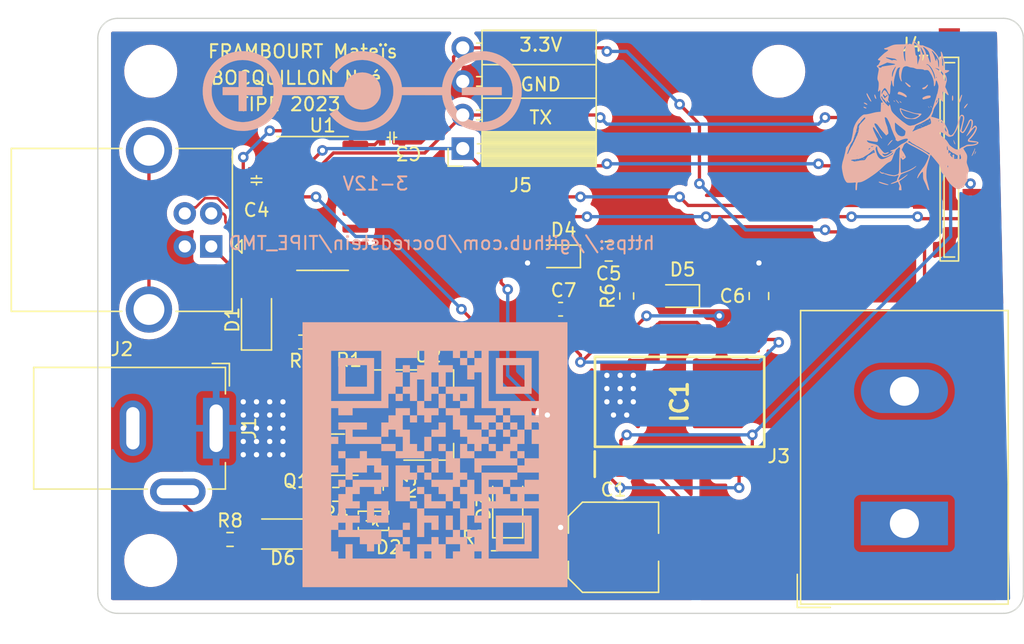
<source format=kicad_pcb>
(kicad_pcb (version 20211014) (generator pcbnew)
  (layers (0 "F.Cu" signal) (31 "B.Cu" signal) (34 "B.Paste" user) (35 "F.Paste" user) (36 "B.SilkS" user "B.Silkscreen") (37 "F.SilkS" user "F.Silkscreen") (38 "B.Mask" user) (39 "F.Mask" user) (44 "Edge.Cuts" user))
  (net 0 "")
  (net 1 "V_Barrel")
  (net 2 "GND")
  (net 3 "+VDC")
  (net 4 "Net-(C5-Pad1)")
  (net 5 "Net-(C5-Pad2)")
  (net 6 "Net-(C6-Pad1)")
  (net 7 "/EN_Pin")
  (net 8 "Net-(D1-Pad1)")
  (net 9 "Net-(D1-Pad2)")
  (net 10 "Net-(D2-Pad1)")
  (net 11 "Net-(D2-Pad2)")
  (net 12 "Net-(D3-Pad1)")
  (net 13 "Net-(D6-Pad2)")
  (net 14 "Motor_A")
  (net 15 "Motor_B")
  (net 16 "Motor_Pin_1")
  (net 17 "Motor_Pin_2")
  (net 18 "Net-(IC1-Pad19)")
  (net 19 "/Power_led")
  (net 20 "unconnected-(J2-Pad5)")
  (net 24 "UART_TX")
  (net 25 "UART_RX")
  (net 26 "Motor_EN")
  (net 27 "Net-(Q1-Pad2)")
  (net 28 "Net-(R1-Pad2)")
  (net 38 "/D+")
  (net 39 "/D-")
  (footprint "Resistor_SMD:R_0603_1608Metric" (layer "F.Cu") (at 128 104 180)
    (fp_text reference "R4" (at 0 -1.43) (layer "F.SilkS"))
    (fp_text value "1k")
    (pad "1" smd roundrect (at -0.825 0 180) (size 0.8 0.95) (layers "F.Cu" "F.Paste" "F.Mask") (net 11 "Net-(D2-Pad2)"))
    (pad "2" smd roundrect (at 0.825 0 180) (size 0.8 0.95) (layers "F.Cu" "F.Paste" "F.Mask") (net 2 "GND"))
  )
  (footprint "MountingHole:MountingHole_3mm" (layer "F.Cu") (at 114 72)
    (fp_text reference "REF**" hide)
    (fp_text value "MountingHole_3mm")
    (pad "" np_thru_hole circle (at 0 0) (size 3 3) (drill 3) (layers *.Cu *.Mask))
  )
  (footprint "Resistor_SMD:R_0603_1608Metric" (layer "F.Cu") (at 150 89 90)
    (fp_text reference "R6" (at 0 -1.43 90) (layer "F.SilkS"))
    (fp_text value "100")
    (pad "1" smd roundrect (at -0.825 0 90) (size 0.8 0.95) (layers "F.Cu" "F.Paste" "F.Mask") (net 18 "Net-(IC1-Pad19)"))
    (pad "2" smd roundrect (at 0.825 0 90) (size 0.8 0.95) (layers "F.Cu" "F.Paste" "F.Mask") (net 4 "Net-(C5-Pad1)"))
  )
  (footprint "Library:FPC 2x7 p=1mm" (layer "F.Cu") (at 174.4 69.75 -90)
    (fp_text reference "J4" (at 0.25 2.9 unlocked) (layer "F.SilkS"))
    (fp_text value "Conn_01x14_Shielded")
    (pad "0" smd rect (at 17.8 0 270) (size 2 1.6) (layers "F.Cu" "F.Paste" "F.Mask"))
    (pad "0" smd rect (at 0 0 270) (size 2 1.6) (layers "F.Cu" "F.Paste" "F.Mask"))
    (pad "1" smd rect (at 2.4 1.875 270) (size 0.5 1.75) (layers "F.Cu" "F.Paste" "F.Mask") (net 2 "GND"))
    (pad "2" smd rect (at 3.4 -1.875 270) (size 0.5 1.75) (layers "F.Cu" "F.Paste" "F.Mask") (net 2 "GND"))
    (pad "3" smd rect (at 4.4 1.875 270) (size 0.5 1.75) (layers "F.Cu" "F.Paste" "F.Mask"))
    (pad "4" smd rect (at 5.4 -1.875 270) (size 0.5 1.75) (layers "F.Cu" "F.Paste" "F.Mask"))
    (pad "5" smd rect (at 6.4 1.875 270) (size 0.5 1.75) (layers "F.Cu" "F.Paste" "F.Mask"))
    (pad "6" smd rect (at 7.4 -1.875 270) (size 0.5 1.75) (layers "F.Cu" "F.Paste" "F.Mask") (net 2 "GND"))
    (pad "7" smd rect (at 8.4 1.875 270) (size 0.5 1.75) (layers "F.Cu" "F.Paste" "F.Mask") (net 24 "UART_TX"))
    (pad "8" smd rect (at 9.4 -1.875 270) (size 0.5 1.75) (layers "F.Cu" "F.Paste" "F.Mask") (net 25 "UART_RX"))
    (pad "9" smd rect (at 10.4 1.875 270) (size 0.5 1.75) (layers "F.Cu" "F.Paste" "F.Mask") (net 2 "GND"))
    (pad "10" smd rect (at 11.4 -1.875 270) (size 0.5 1.75) (layers "F.Cu" "F.Paste" "F.Mask") (net 15 "Motor_B"))
    (pad "11" smd rect (at 12.4 1.875 270) (size 0.5 1.75) (layers "F.Cu" "F.Paste" "F.Mask") (net 14 "Motor_A"))
    (pad "12" smd rect (at 13.4 -1.875 270) (size 0.5 1.75) (layers "F.Cu" "F.Paste" "F.Mask") (net 26 "Motor_EN"))
    (pad "13" smd rect (at 14.4 1.875 270) (size 0.5 1.75) (layers "F.Cu" "F.Paste" "F.Mask") (net 3 "+VDC"))
    (pad "14" smd rect (at 15.4 -1.875 270) (size 0.5 1.75) (layers "F.Cu" "F.Paste" "F.Mask") (net 3 "+VDC"))
  )
  (footprint "Diode_SMD:D_SOD-323" (layer "F.Cu") (at 145 86 180)
    (fp_text reference "D4" (at -0.225 2) (layer "F.SilkS"))
    (fp_text value "D")
    (pad "1" smd rect (at -1.05 0 180) (size 0.6 0.45) (layers "F.Cu" "F.Paste" "F.Mask") (net 5 "Net-(C5-Pad2)"))
    (pad "2" smd rect (at 1.05 0 180) (size 0.6 0.45) (layers "F.Cu" "F.Paste" "F.Mask") (net 1 "V_Barrel"))
  )
  (footprint "Library:Cap 100nf 0805" (layer "F.Cu") (at 133 77 180)
    (fp_text reference "C3" (at -0.5 -1.2 180 unlocked) (layer "F.SilkS"))
    (fp_text value "100n")
    (pad "1" smd rect (at 0 0) (size 0.5 1.25) (layers "F.Cu" "F.Paste" "F.Mask") (net 2 "GND"))
    (pad "2" smd rect (at 1.5 0 180) (size 0.5 1.25) (layers "F.Cu" "F.Paste" "F.Mask") (net 3 "+VDC"))
  )
  (footprint "Capacitor_SMD:CP_Elec_6.3x7.7" (layer "F.Cu") (at 149 108)
    (fp_text reference "C1" (at 0 -4.35) (layer "F.SilkS"))
    (fp_text value "10u")
    (pad "1" smd roundrect (at -2.7 0) (size 3.5 1.6) (layers "F.Cu" "F.Paste" "F.Mask") (roundrect_rratio 0.15625) (net 1 "V_Barrel"))
    (pad "2" smd roundrect (at 2.7 0) (size 3.5 1.6) (layers "F.Cu" "F.Paste" "F.Mask") (roundrect_rratio 0.15625) (net 2 "GND"))
  )
  (footprint "Connector_USB:USB_B_OST_USB-B1HSxx_Horizontal" (layer "F.Cu") (at 118.5775 85.25 180)
    (fp_text reference "J2" (at 6.76 -7.77) (layer "F.SilkS"))
    (fp_text value "USB_B")
    (pad "1" thru_hole rect (at 0 0 180) (size 1.7 1.7) (drill 0.92) (layers *.Cu *.Mask) (net 9 "Net-(D1-Pad2)"))
    (pad "2" thru_hole circle (at 0 2.5 180) (size 1.7 1.7) (drill 0.92) (layers *.Cu *.Mask) (net 39 "/D-"))
    (pad "3" thru_hole circle (at 2 2.5 180) (size 1.7 1.7) (drill 0.92) (layers *.Cu *.Mask) (net 38 "/D+"))
    (pad "4" thru_hole circle (at 2 0 180) (size 1.7 1.7) (drill 0.92) (layers *.Cu *.Mask) (net 2 "GND"))
    (pad "5" thru_hole circle (at 4.71 7.27 180) (size 3.5 3.5) (drill 2.33) (layers *.Cu *.Mask) (net 20 "unconnected-(J2-Pad5)"))
    (pad "5" thru_hole circle (at 4.71 -4.77 180) (size 3.5 3.5) (drill 2.33) (layers *.Cu *.Mask) (net 20 "unconnected-(J2-Pad5)"))
  )
  (footprint "Resistor_SMD:R_0603_1608Metric" (layer "F.Cu") (at 120 107.4125)
    (fp_text reference "R8" (at 0 -1.43) (layer "F.SilkS"))
    (fp_text value "1k")
    (pad "1" smd roundrect (at -0.825 0) (size 0.8 0.95) (layers "F.Cu" "F.Paste" "F.Mask") (net 19 "/Power_led"))
    (pad "2" smd roundrect (at 0.825 0) (size 0.8 0.95) (layers "F.Cu" "F.Paste" "F.Mask") (net 13 "Net-(D6-Pad2)"))
  )
  (footprint "LED_SMD:LED_1206_3216Metric" (layer "F.Cu") (at 122 90.8 90)
    (fp_text reference "D1" (at 0 -1.82 90) (layer "F.SilkS"))
    (fp_text value "LED")
    (pad "1" smd roundrect (at -1.4 0 90) (size 1.25 1.75) (layers "F.Cu" "F.Paste" "F.Mask") (roundrect_rratio 0.2) (net 8 "Net-(D1-Pad1)"))
    (pad "2" smd roundrect (at 1.4 0 90) (size 1.25 1.75) (layers "F.Cu" "F.Paste" "F.Mask") (roundrect_rratio 0.2) (net 9 "Net-(D1-Pad2)"))
  )
  (footprint "Diode_SMD:D_SOD-323" (layer "F.Cu") (at 154 89 180)
    (fp_text reference "D5" (at -0.225 2) (layer "F.SilkS"))
    (fp_text value "D")
    (pad "1" smd rect (at -1.05 0 180) (size 0.6 0.45) (layers "F.Cu" "F.Paste" "F.Mask") (net 6 "Net-(C6-Pad1)"))
    (pad "2" smd rect (at 1.05 0 180) (size 0.6 0.45) (layers "F.Cu" "F.Paste" "F.Mask") (net 5 "Net-(C5-Pad2)"))
  )
  (footprint "LED_SMD:LED_1206_3216Metric" (layer "F.Cu") (at 124 107 180)
    (fp_text reference "D6" (at 0 -1.82) (layer "F.SilkS"))
    (fp_text value "LED")
    (pad "1" smd roundrect (at -1.4 0 180) (size 1.25 1.75) (layers "F.Cu" "F.Paste" "F.Mask") (roundrect_rratio 0.2) (net 2 "GND"))
    (pad "2" smd roundrect (at 1.4 0 180) (size 1.25 1.75) (layers "F.Cu" "F.Paste" "F.Mask") (roundrect_rratio 0.2) (net 13 "Net-(D6-Pad2)"))
  )
  (footprint "Capacitor_SMD:C_0805_2012Metric" (layer "F.Cu") (at 160 89 90)
    (fp_text reference "C6" (at 0 -2 180) (layer "F.SilkS"))
    (fp_text value "220n")
    (pad "1" smd roundrect (at -0.95 0 90) (size 1 1.45) (layers "F.Cu" "F.Paste" "F.Mask") (net 6 "Net-(C6-Pad1)"))
    (pad "2" smd roundrect (at 0.95 0 90) (size 1 1.45) (layers "F.Cu" "F.Paste" "F.Mask") (net 1 "V_Barrel"))
  )
  (footprint "LOGO" (layer "F.Cu") (at 171.5 75)
    (fp_text reference "G***" hide)
    (fp_text value "LOGO" hide)
  )
  (footprint "MountingHole:MountingHole_3mm" (layer "F.Cu") (at 114 109)
    (fp_text reference "REF**" hide)
    (fp_text value "MountingHole_3mm")
    (pad "" np_thru_hole circle (at 0 0) (size 3 3) (drill 3) (layers *.Cu *.Mask))
  )
  (footprint "TerminalBlock_Dinkle:TerminalBlock_Dinkle_DT-55-B01X-02_P10.00mm" (layer "F.Cu") (at 171 106.2 90)
    (fp_text reference "J3" (at 5.08 -9.5 180) (layer "F.SilkS"))
    (fp_text value "Screw_Terminal_01x02")
    (pad "1" thru_hole rect (at 0 0 90) (size 3.3 6.6) (drill 2.2) (layers *.Cu *.Mask) (net 16 "Motor_Pin_1"))
    (pad "2" thru_hole oval (at 10 0 90) (size 3.3 6.6) (drill 2.2) (layers *.Cu *.Mask) (net 17 "Motor_Pin_2"))
  )
  (footprint "Resistor_SMD:R_0603_1608Metric" (layer "F.Cu") (at 129 92.4125 180)
    (fp_text reference "R1" (at 0 -1.43) (layer "F.SilkS"))
    (fp_text value "100")
    (pad "1" smd roundrect (at -0.825 0 180) (size 0.8 0.95) (layers "F.Cu" "F.Paste" "F.Mask") (net 2 "GND"))
    (pad "2" smd roundrect (at 0.825 0 180) (size 0.8 0.95) (layers "F.Cu" "F.Paste" "F.Mask") (net 28 "Net-(R1-Pad2)"))
  )
  (footprint "Package_SO:SOIC-16_3.9x9.9mm_P1.27mm" (layer "F.Cu") (at 127 82)
    (fp_text reference "U1" (at 0 -5.9) (layer "F.SilkS"))
    (fp_text value "CH340C")
    (pad "1" smd roundrect (at -2.475 -4.445) (size 1.95 0.6) (layers "F.Cu" "F.Paste" "F.Mask") (net 2 "GND"))
    (pad "2" smd roundrect (at -2.475 -3.175) (size 1.95 0.6) (layers "F.Cu" "F.Paste" "F.Mask") (net 25 "UART_RX"))
    (pad "3" smd roundrect (at -2.475 -1.905) (size 1.95 0.6) (layers "F.Cu" "F.Paste" "F.Mask") (net 24 "UART_TX"))
    (pad "4" smd roundrect (at -2.475 -0.635) (size 1.95 0.6) (layers "F.Cu" "F.Paste" "F.Mask") (net 3 "+VDC"))
    (pad "5" smd roundrect (at -2.475 0.635) (size 1.95 0.6) (layers "F.Cu" "F.Paste" "F.Mask") (net 38 "/D+"))
    (pad "6" smd roundrect (at -2.475 1.905) (size 1.95 0.6) (layers "F.Cu" "F.Paste" "F.Mask") (net 39 "/D-"))
    (pad "7" smd roundrect (at -2.475 3.175) (size 1.95 0.6) (layers "F.Cu" "F.Paste" "F.Mask"))
    (pad "8" smd roundrect (at -2.475 4.445) (size 1.95 0.6) (layers "F.Cu" "F.Paste" "F.Mask"))
    (pad "9" smd roundrect (at 2.475 4.445) (size 1.95 0.6) (layers "F.Cu" "F.Paste" "F.Mask"))
    (pad "10" smd roundrect (at 2.475 3.175) (size 1.95 0.6) (layers "F.Cu" "F.Paste" "F.Mask"))
    (pad "11" smd roundrect (at 2.475 1.905) (size 1.95 0.6) (layers "F.Cu" "F.Paste" "F.Mask"))
    (pad "12" smd roundrect (at 2.475 0.635) (size 1.95 0.6) (layers "F.Cu" "F.Paste" "F.Mask"))
    (pad "13" smd roundrect (at 2.475 -0.635) (size 1.95 0.6) (layers "F.Cu" "F.Paste" "F.Mask"))
    (pad "14" smd roundrect (at 2.475 -1.905) (size 1.95 0.6) (layers "F.Cu" "F.Paste" "F.Mask"))
    (pad "15" smd roundrect (at 2.475 -3.175) (size 1.95 0.6) (layers "F.Cu" "F.Paste" "F.Mask"))
    (pad "16" smd roundrect (at 2.475 -4.445) (size 1.95 0.6) (layers "F.Cu" "F.Paste" "F.Mask") (net 3 "+VDC"))
  )
  (footprint "Resistor_SMD:R_0603_1608Metric" (layer "F.Cu") (at 125.437258 92.4775 180)
    (fp_text reference "R2" (at 0 -1.43) (layer "F.SilkS"))
    (fp_text value "100")
    (pad "1" smd roundrect (at -0.825 0 180) (size 0.8 0.95) (layers "F.Cu" "F.Paste" "F.Mask") (net 28 "Net-(R1-Pad2)"))
    (pad "2" smd roundrect (at 0.825 0 180) (size 0.8 0.95) (layers "F.Cu" "F.Paste" "F.Mask") (net 8 "Net-(D1-Pad1)"))
  )
  (footprint "Library:Cap 100nf 0805" (layer "F.Cu") (at 122 81 90)
    (fp_text reference "C4" (at -1.5 0 unlocked) (layer "F.SilkS"))
    (fp_text value "100n")
    (pad "1" smd rect (at 0 0 270) (size 0.5 1.25) (layers "F.Cu" "F.Paste" "F.Mask") (net 3 "+VDC"))
    (pad "2" smd rect (at 1.5 0 90) (size 0.5 1.25) (layers "F.Cu" "F.Paste" "F.Mask") (net 2 "GND"))
  )
  (footprint "Package_TO_SOT_SMD:SOT-23" (layer "F.Cu") (at 128 101 180)
    (fp_text reference "Q1" (at 3 -2) (layer "F.SilkS"))
    (fp_text value "LP2301LT1G")
    (pad "1" smd roundrect (at -0.9375 -0.95 180) (size 1.475 0.6) (layers "F.Cu" "F.Paste" "F.Mask") (net 11 "Net-(D2-Pad2)"))
    (pad "2" smd roundrect (at -0.9375 0.95 180) (size 1.475 0.6) (layers "F.Cu" "F.Paste" "F.Mask") (net 27 "Net-(Q1-Pad2)"))
    (pad "3" smd roundrect (at 0.9375 0 180) (size 1.475 0.6) (layers "F.Cu" "F.Paste" "F.Mask") (net 1 "V_Barrel"))
  )
  (footprint "Library:L6225DTR" (layer "F.Cu") (at 154 97 90)
    (fp_text reference "IC1" (at 0 0 90) (layer "F.SilkS") (effects (font (size 1.27 1.27) (thickness 0.254))))
    (fp_text value "L6225DTR" hide)
    (pad "1" smd rect (at -4.712 -5.715 180) (size 0.7 1.925) (layers "F.Cu" "F.Paste" "F.Mask") (net 14 "Motor_A"))
    (pad "2" smd rect (at -4.712 -4.445 180) (size 0.7 1.925) (layers "F.Cu" "F.Paste" "F.Mask") (net 15 "Motor_B"))
    (pad "3" smd rect (at -4.712 -3.175 180) (size 0.7 1.925) (layers "F.Cu" "F.Paste" "F.Mask") (net 2 "GND"))
    (pad "4" smd rect (at -4.712 -1.905 180) (size 0.7 1.925) (layers "F.Cu" "F.Paste" "F.Mask") (net 16 "Motor_Pin_1"))
    (pad "5" smd rect (at -4.712 -0.635 180) (size 0.7 1.925) (layers "F.Cu" "F.Paste" "F.Mask") (net 2 "GND"))
    (pad "6" smd rect (at -4.712 0.635 180) (size 0.7 1.925) (layers "F.Cu" "F.Paste" "F.Mask") (net 2 "GND"))
    (pad "7" smd rect (at -4.712 1.905 180) (size 0.7 1.925) (layers "F.Cu" "F.Paste" "F.Mask") (net 16 "Motor_Pin_1"))
    (pad "8" smd rect (at -4.712 3.175 180) (size 0.7 1.925) (layers "F.Cu" "F.Paste" "F.Mask") (net 2 "GND"))
    (pad "9" smd rect (at -4.712 4.445 180) (size 0.7 1.925) (layers "F.Cu" "F.Paste" "F.Mask") (net 14 "Motor_A"))
    (pad "10" smd rect (at -4.712 5.715 180) (size 0.7 1.925) (layers "F.Cu" "F.Paste" "F.Mask") (net 15 "Motor_B"))
    (pad "11" smd rect (at 4.712 5.715 180) (size 0.7 1.925) (layers "F.Cu" "F.Paste" "F.Mask") (net 7 "/EN_Pin"))
    (pad "12" smd rect (at 4.712 4.445 180) (size 0.7 1.925) (layers "F.Cu" "F.Paste" "F.Mask") (net 6 "Net-(C6-Pad1)"))
    (pad "13" smd rect (at 4.712 3.175 180) (size 0.7 1.925) (layers "F.Cu" "F.Paste" "F.Mask") (net 17 "Motor_Pin_2"))
    (pad "14" smd rect (at 4.712 1.905 180) (size 0.7 1.925) (layers "F.Cu" "F.Paste" "F.Mask") (net 1 "V_Barrel"))
    (pad "15" smd rect (at 4.712 0.635 180) (size 0.7 1.925) (layers "F.Cu" "F.Paste" "F.Mask") (net 2 "GND"))
    (pad "16" smd rect (at 4.712 -0.635 180) (size 0.7 1.925) (layers "F.Cu" "F.Paste" "F.Mask") (net 2 "GND"))
    (pad "17" smd rect (at 4.712 -1.905 180) (size 0.7 1.925) (layers "F.Cu" "F.Paste" "F.Mask") (net 1 "V_Barrel"))
    (pad "18" smd rect (at 4.712 -3.175 180) (size 0.7 1.925) (layers "F.Cu" "F.Paste" "F.Mask") (net 17 "Motor_Pin_2"))
    (pad "19" smd rect (at 4.712 -4.445 180) (size 0.7 1.925) (layers "F.Cu" "F.Paste" "F.Mask") (net 18 "Net-(IC1-Pad19)"))
    (pad "20" smd rect (at 4.712 -5.715 180) (size 0.7 1.925) (layers "F.Cu" "F.Paste" "F.Mask") (net 7 "/EN_Pin"))
  )
  (footprint "Resistor_SMD:R_0603_1608Metric" (layer "F.Cu") (at 132.11 103.444516 -90)
    (fp_text reference "R3" (at 0 -1.43 90) (layer "F.SilkS"))
    (fp_text value "1k")
    (pad "1" smd roundrect (at -0.825 0 270) (size 0.8 0.95) (layers "F.Cu" "F.Paste" "F.Mask") (net 27 "Net-(Q1-Pad2)"))
    (pad "2" smd roundrect (at 0.825 0 270) (size 0.8 0.95) (layers "F.Cu" "F.Paste" "F.Mask") (net 10 "Net-(D2-Pad1)"))
  )
  (footprint "Package_TO_SOT_SMD:SOT-223-3_TabPin2" (layer "F.Cu") (at 135 98)
    (fp_text reference "U2" (at 0 -4.5) (layer "F.SilkS"))
    (fp_text value "AMS1117-3.3")
    (pad "1" smd rect (at -3.15 -2.3) (size 2 1.5) (layers "F.Cu" "F.Paste" "F.Mask") (net 2 "GND"))
    (pad "2" smd rect (at -3.15 0) (size 2 1.5) (layers "F.Cu" "F.Paste" "F.Mask") (net 3 "+VDC"))
    (pad "2" smd rect (at 3.15 0) (size 2 3.8) (layers "F.Cu" "F.Paste" "F.Mask") (net 3 "+VDC"))
    (pad "3" smd rect (at -3.15 2.3) (size 2 1.5) (layers "F.Cu" "F.Paste" "F.Mask") (net 27 "Net-(Q1-Pad2)"))
  )
  (footprint "Connector_BarrelJack:BarrelJack_GCT_DCJ200-10-A_Horizontal" (layer "F.Cu") (at 118.95 99 -90)
    (fp_text reference "J1" (at 0 -2.5 90) (layer "F.SilkS"))
    (fp_text value "Barrel_Jack_Switch")
    (pad "1" thru_hole rect (at 0 0 270) (size 4.6 2) (drill oval 3.6 1) (layers *.Cu *.Mask) (net 1 "V_Barrel"))
    (pad "2" thru_hole oval (at 0 6.3 270) (size 4.2 2) (drill oval 3.2 1) (layers *.Cu *.Mask) (net 2 "GND"))
    (pad "3" thru_hole oval (at 4.8 2.9 270) (size 2 4.2) (drill oval 1 3.2) (layers *.Cu *.Mask) (net 19 "/Power_led"))
  )
  (footprint "Capacitor_SMD:C_0603_1608Metric" (layer "F.Cu") (at 145 90)
    (fp_text reference "C7" (at 0.225 -1.43) (layer "F.SilkS"))
    (fp_text value "5.6n")
    (pad "1" smd roundrect (at -0.775 0) (size 0.9 0.95) (layers "F.Cu" "F.Paste" "F.Mask") (net 2 "GND"))
    (pad "2" smd roundrect (at 0.775 0) (size 0.9 0.95) (layers "F.Cu" "F.Paste" "F.Mask") (net 7 "/EN_Pin"))
  )
  (footprint "LED_SMD:LED_1206_3216Metric" (layer "F.Cu") (at 141 105 90)
    (fp_text reference "D3" (at 0 -1.82 90) (layer "F.SilkS"))
    (fp_text value "LED")
    (pad "1" smd roundrect (at -1.4 0 90) (size 1.25 1.75) (layers "F.Cu" "F.Paste" "F.Mask") (roundrect_rratio 0.2) (net 12 "Net-(D3-Pad1)"))
    (pad "2" smd roundrect (at 1.4 0 90) (size 1.25 1.75) (layers "F.Cu" "F.Paste" "F.Mask") (roundrect_rratio 0.2) (net 3 "+VDC"))
  )
  (footprint "Connector_PinSocket_2.54mm:PinSocket_1x04_P2.54mm_Horizontal" (layer "F.Cu") (at 137.6 77.85 180)
    (fp_text reference "J5" (at -4.38 -2.77) (layer "F.SilkS"))
    (fp_text value "UART")
    (pad "1" thru_hole rect (at 0 0 180) (size 1.7 1.7) (drill 1) (layers *.Cu *.Mask) (net 25 "UART_RX"))
    (pad "2" thru_hole oval (at 0 2.54 180) (size 1.7 1.7) (drill 1) (layers *.Cu *.Mask) (net 24 "UART_TX"))
    (pad "3" thru_hole oval (at 0 5.08 180) (size 1.7 1.7) (drill 1) (layers *.Cu *.Mask) (net 2 "GND"))
    (pad "4" thru_hole oval (at 0 7.62 180) (size 1.7 1.7) (drill 1) (layers *.Cu *.Mask) (net 3 "+VDC"))
  )
  (footprint "MountingHole:MountingHole_3mm" (layer "F.Cu") (at 161.5 72)
    (fp_text reference "REF**" hide)
    (fp_text value "MountingHole_3mm")
    (pad "" np_thru_hole circle (at 0 0) (size 3 3) (drill 3) (layers F&B.Cu *.Mask))
  )
  (footprint "Library:SOD223" (layer "F.Cu") (at 132 106 180)
    (fp_text reference "D2" (at 0 -2 unlocked) (layer "F.SilkS"))
    (fp_text value "D_Zener")
    (pad "1" smd rect (at 0 0 180) (size 1 0.75) (layers "F.Cu" "F.Paste" "F.Mask") (net 10 "Net-(D2-Pad1)"))
    (pad "2" smd rect (at 2.35 0 180) (size 1 0.75) (layers "F.Cu" "F.Paste" "F.Mask") (net 11 "Net-(D2-Pad2)"))
  )
  (footprint "Capacitor_SMD:C_0805_2012Metric" (layer "F.Cu") (at 148.636252 85.62 180)
    (fp_text reference "C5" (at 0 -1.68) (layer "F.SilkS"))
    (fp_text value "10n")
    (pad "1" smd roundrect (at -0.95 0 180) (size 1 1.45) (layers "F.Cu" "F.Paste" "F.Mask") (net 4 "Net-(C5-Pad1)"))
    (pad "2" smd roundrect (at 0.95 0 180) (size 1 1.45) (layers "F.Cu" "F.Paste" "F.Mask") (net 5 "Net-(C5-Pad2)"))
  )
  (footprint "LOGO" (layer "F.Cu") (at 135.5 101)
    (fp_text reference "G***" hide)
    (fp_text value "LOGO" hide)
  )
  (footprint "Resistor_SMD:R_0603_1608Metric" (layer "F.Cu") (at 144.562742 92.3475 180)
    (fp_text reference "R7" (at 0 -1.43) (layer "F.SilkS"))
    (fp_text value "100k")
    (pad "1" smd roundrect (at -0.825 0 180) (size 0.8 0.95) (layers "F.Cu" "F.Paste" "F.Mask") (net 7 "/EN_Pin"))
    (pad "2" smd roundrect (at 0.825 0 180) (size 0.8 0.95) (layers "F.Cu" "F.Paste" "F.Mask") (net 26 "Motor_EN"))
  )
  (footprint "Resistor_SMD:R_0805_2012Metric" (layer "F.Cu") (at 140 109)
    (fp_text reference "R5" (at -1.5 -1.715) (layer "F.SilkS"))
    (fp_text value "30")
    (pad "1" smd roundrect (at -0.9125 0) (size 1.025 1.4) (layers "F.Cu" "F.Paste" "F.Mask") (roundrect_rratio 0.243902439) (net 2 "GND"))
    (pad "2" smd roundrect (at 0.9125 0) (size 1.025 1.4) (layers "F.Cu" "F.Paste" "F.Mask") (roundrect_rratio 0.243902439) (net 12 "Net-(D3-Pad1)"))
  )
  (footprint "Symbol:Polarity_Center_Positive_6mm_SilkScreen" (layer "B.Cu") (at 130 73.5 180)
    (fp_text reference "REF**" hide)
    (fp_text value "Polarity_Center_Positive_6mm_SilkScreen" hide)
  )
  (gr_line (start 178.5 68) (end 111.5 68) (layer "Edge.Cuts") (width 0.1))
  (gr_arc (start 180 111.5) (mid 179.56066 112.56066) (end 178.5 113) (layer "Edge.Cuts") (width 0.1))
  (gr_line (start 111.5 113) (end 178.5 113) (layer "Edge.Cuts") (width 0.1))
  (gr_arc (start 178.5 68) (mid 179.56066 68.43934) (end 180 69.5) (layer "Edge.Cuts") (width 0.1))
  (gr_arc (start 111.5 113) (mid 110.43934 112.56066) (end 110 111.5) (layer "Edge.Cuts") (width 0.1))
  (gr_line (start 110 69.5) (end 110 111.5) (layer "Edge.Cuts") (width 0.1))
  (gr_line (start 180 111.5) (end 180 69.5) (layer "Edge.Cuts") (width 0.1))
  (gr_arc (start 110 69.5) (mid 110.43934 68.43934) (end 111.5 68) (layer "Edge.Cuts") (width 0.1))
  (gr_text "3-12V" (at 131 80.5) (layer "B.SilkS") (effects (font (size 1 1)) (justify mirror)))
  (gr_text "https://github.com/Docredstein/TIPE_TMD" (at 136 85) (layer "B.SilkS") (effects (font (size 1 1)) (justify mirror)))
  (gr_text "FRAMBOURT Mateïs" (at 125.5 70.5) (layer "F.SilkS") (effects (font (size 1 1))))
  (gr_text "3.3V" (at 143.5 70) (layer "F.SilkS") (effects (font (size 1 1))))
  (gr_text "TX" (at 143.5 75.5) (layer "F.SilkS") (effects (font (size 1 1))))
  (gr_text "GND" (at 143.5 73) (layer "F.SilkS") (effects (font (size 1 1))))
  (gr_text "TIPE 2023" (at 124.5 74.5) (layer "F.SilkS") (effects (font (size 1 1))))
  (gr_text "BOCQUILLON Noé" (at 125 72.5) (layer "F.SilkS") (effects (font (size 1 1))))
  (segment (start 155.31 91.0005) (end 152.4995 91.0005) (width 0.25) (layer "F.Cu") (net 1))
  (segment (start 146.3 107.8) (end 145 106.5) (width 0.25) (layer "F.Cu") (net 1))
  (segment (start 155.905 91.5955) (end 155.31 91.0005) (width 0.25) (layer "F.Cu") (net 1))
  (segment (start 160 88.05) (end 160 86.5) (width 0.25) (layer "F.Cu") (net 1))
  (segment (start 143.95 86) (end 143 86) (width 0.25) (layer "F.Cu") (net 1))
  (segment (start 155.905 92.288) (end 155.905 91.5955) (width 0.25) (layer "F.Cu") (net 1))
  (segment (start 146.3 108) (end 146.3 107.8) (width 0.25) (layer "F.Cu") (net 1))
  (segment (start 143 86) (end 142.5 86.5) (width 0.25) (layer "F.Cu") (net 1))
  (segment (start 125.0625 99) (end 127.0625 101) (width 0.4) (layer "F.Cu") (net 1))
  (segment (start 152.4995 91.0005) (end 152.095 91.405) (width 0.25) (layer "F.Cu") (net 1))
  (segment (start 152.095 91.405) (end 152.095 92.288) (width 0.25) (layer "F.Cu") (net 1))
  (via (at 150.5 97) (size 0.8) (drill 0.4) (layers "F.Cu" "B.Cu") (net 1))
  (via (at 123 100) (size 0.8) (drill 0.4) (layers "F.Cu" "B.Cu") (net 1))
  (via (at 160 86.5) (size 0.8) (drill 0.4) (layers "F.Cu" "B.Cu") (net 1))
  (via (at 124 97) (size 0.8) (drill 0.4) (layers "F.Cu" "B.Cu") (net 1))
  (via (at 123 101) (size 0.8) (drill 0.4) (layers "F.Cu" "B.Cu") (net 1))
  (via (at 122 97) (size 0.8) (drill 0.4) (layers "F.Cu" "B.Cu") (net 1))
  (via (at 149.5 95) (size 0.8) (drill 0.4) (layers "F.Cu" "B.Cu") (net 1))
  (via (at 148.5 96) (size 0.8) (drill 0.4) (layers "F.Cu" "B.Cu") (net 1))
  (via (at 121 98) (size 0.8) (drill 0.4) (layers "F.Cu" "B.Cu") (net 1))
  (via (at 124 98) (size 0.8) (drill 0.4) (layers "F.Cu" "B.Cu") (net 1))
  (via (at 150 98) (size 0.8) (drill 0.4) (layers "F.Cu" "B.Cu") (net 1))
  (via (at 149.5 97) (size 0.8) (drill 0.4) (layers "F.Cu" "B.Cu") (net 1))
  (via (at 122 101) (size 0.8) (drill 0.4) (layers "F.Cu" "B.Cu") (net 1))
  (via (at 124 101) (size 0.8) (drill 0.4) (layers "F.Cu" "B.Cu") (net 1))
  (via (at 148.5 95) (size 0.8) (drill 0.4) (layers "F.Cu" "B.Cu") (net 1))
  (via (at 121 101) (size 0.8) (drill 0.4) (layers "F.Cu" "B.Cu") (net 1))
  (via (at 123 98) (size 0.8) (drill 0.4) (layers "F.Cu" "B.Cu") (net 1))
  (via (at 149 98) (size 0.8) (drill 0.4) (layers "F.Cu" "B.Cu") (net 1))
  (via (at 121 99) (size 0.8) (drill 0.4) (layers "F.Cu" "B.Cu") (net 1))
  (via (at 142.5 86.5) (size 0.8) (drill 0.4) (layers "F.Cu" "B.Cu") (net 1))
  (via (at 150.5 95) (size 0.8) (drill 0.4) (layers "F.Cu" "B.Cu") (net 1))
  (via (at 122 98) (size 0.8) (drill 0.4) (layers "F.Cu" "B.Cu") (net 1))
  (via (at 148.5 97) (size 0.8) (drill 0.4) (layers "F.Cu" "B.Cu") (net 1))
  (via (at 150.5 96) (size 0.8) (drill 0.4) (layers "F.Cu" "B.Cu") (net 1))
  (via (at 149.5 96) (size 0.8) (drill 0.4) (layers "F.Cu" "B.Cu") (net 1))
  (via (at 121 100) (size 0.8) (drill 0.4) (layers "F.Cu" "B.Cu") (net 1))
  (via (at 122 100) (size 0.8) (drill 0.4) (layers "F.Cu" "B.Cu") (net 1))
  (via (at 121 97) (size 0.8) (drill 0.4) (layers "F.Cu" "B.Cu") (net 1))
  (via (at 123 99) (size 0.8) (drill 0.4) (layers "F.Cu" "B.Cu") (net 1))
  (via (at 124 100) (size 0.8) (drill 0.4) (layers "F.Cu" "B.Cu") (net 1))
  (via (at 124 99) (size 0.8) (drill 0.4) (layers "F.Cu" "B.Cu") (net 1))
  (via (at 145 106.5) (size 0.8) (drill 0.4) (layers "F.Cu" "B.Cu") (net 1))
  (via (at 122 99) (size 0.8) (drill 0.4) (layers "F.Cu" "B.Cu") (net 1))
  (via (at 123 97) (size 0.8) (drill 0.4) (layers "F.Cu" "B.Cu") (net 1))
  (segment (start 128.42 76.5) (end 129.475 77.555) (width 0.25) (layer "F.Cu") (net 3))
  (segment (start 148.23 70.23) (end 148.5 70.5) (width 0.25) (layer "F.Cu") (net 3))
  (segment (start 122 81) (end 124.16 81) (width 0.25) (layer "F.Cu") (net 3))
  (segment (start 126.5 81.5) (end 124.66 81.5) (width 0.25) (layer "F.Cu") (net 3))
  (segment (start 176.275 88.225) (end 176.275 85.15) (width 0.25) (layer "F.Cu") (net 3))
  (segment (start 155.5 76) (end 155.5 80.5) (width 0.25) (layer "F.Cu") (net 3))
  (segment (start 165.15 84.15) (end 165 84) (width 0.25) (layer "F.Cu") (net 3))
  (segment (start 145.23 70.23) (end 148.23 70.23) (width 0.25) (layer "F.Cu") (net 3))
  (segment (start 123.933249 76.5) (end 128.42 76.5) (width 0.25) (layer "F.Cu") (net 3))
  (segment (start 124.66 81.5) (end 124.525 81.365) (width 0.25) (layer "F.Cu") (net 3))
  (segment (start 131.85 98) (end 138.15 98) (width 0.25) (layer "F.Cu") (net 3))
  (segment (start 129.475 77.555) (end 130.945 77.555) (width 0.25) (layer "F.Cu") (net 3))
  (segment (start 145.23 70.23) (end 137.6 70.23) (width 0.25) (layer "F.Cu") (net 3))
  (segment (start 138.15 100.75) (end 141 103.6) (width 0.25) (layer "F.Cu") (net 3))
  (segment (start 138.15 98) (end 138.15 90.65) (width 0.25) (layer "F.Cu") (net 3))
  (segment (start 172.525 84.15) (end 165.15 84.15) (width 0.25) (layer "F.Cu") (net 3))
  (segment (start 175.625 88.875) (end 176.275 88.225) (width 0.25) (layer "F.Cu") (net 3))
  (segment (start 138.15 98) (end 138.15 100.75) (width 0.25) (layer "F.Cu") (net 3))
  (segment (start 154 74.5) (end 155.5 76) (width 0.25) (layer "F.Cu") (net 3))
  (segment (start 121 80) (end 121 78.5) (width 0.25) (layer "F.Cu") (net 3))
  (segment (start 123 76.5) (end 123.933249 76.5) (width 0.25) (layer "F.Cu") (net 3))
  (segment (start 130.945 77.555) (end 131.5 77) (width 0.25) (layer "F.Cu") (net 3))
  (segment (start 172.525 88.125) (end 173.275 88.875) (width 0.25) (layer "F.Cu") (net 3))
  (segment (start 131.5 77) (end 136.905 71.595) (width 0.25) (layer "F.Cu") (net 3))
  (segment (start 136.905 70.925) (end 137.6 70.23) (width 0.25) (layer "F.Cu") (net 3))
  (segment (start 136.905 71.595) (end 136.905 70.925) (width 0.25) (layer "F.Cu") (net 3))
  (segment (start 124.16 81) (end 124.525 81.365) (width 0.25) (layer "F.Cu") (net 3))
  (segment (start 138.15 90.65) (end 137.5 90) (width 0.25) (layer "F.Cu") (net 3))
  (segment (start 122 81) (end 121 80) (width 0.25) (layer "F.Cu") (net 3))
  (segment (start 172.525 84.15) (end 172.525 88.125) (width 0.25) (layer "F.Cu") (net 3))
  (segment (start 173.275 88.875) (end 175.625 88.875) (width 0.25) (layer "F.Cu") (net 3))
  (via (at 154 74.5) (size 0.8) (drill 0.4) (layers "F.Cu" "B.Cu") (net 3))
  (via (at 126.5 81.5) (size 0.8) (drill 0.4) (layers "F.Cu" "B.Cu") (net 3))
  (via (at 148.5 70.5) (size 0.8) (drill 0.4) (layers "F.Cu" "B.Cu") (net 3))
  (via (at 137.5 90) (size 0.8) (drill 0.4) (layers "F.Cu" "B.Cu") (net 3))
  (via (at 165 84) (size 0.8) (drill 0.4) (layers "F.Cu" "B.Cu") (net 3))
  (via (at 123 76.5) (size 0.8) (drill 0.4) (layers "F.Cu" "B.Cu") (net 3))
  (via (at 155.5 80.5) (size 0.8) (drill 0.4) (layers "F.Cu" "B.Cu") (net 3))
  (via (at 121 78.5) (size 0.8) (drill 0.4) (layers "F.Cu" "B.Cu") (net 3))
  (segment (start 150 70.5) (end 154 74.5) (width 0.25) (layer "B.Cu") (net 3))
  (segment (start 148.5 70.5) (end 150 70.5) (width 0.25) (layer "B.Cu") (net 3))
  (segment (start 129.5 84.5) (end 132 84.5) (width 0.25) (layer "B.Cu") (net 3))
  (segment (start 159 84) (end 155.5 80.5) (width 0.25) (layer "B.Cu") (net 3))
  (segment (start 126.5 81.5) (end 129.5 84.5) (width 0.25) (layer "B.Cu") (net 3))
  (segment (start 121 78.5) (end 123 76.5) (width 0.25) (layer "B.Cu") (net 3))
  (segment (start 132 84.5) (end 137.5 90) (width 0.25) (layer "B.Cu") (net 3))
  (segment (start 165 84) (end 159 84) (width 0.25) (layer "B.Cu") (net 3))
  (segment (start 149.586252 87.761252) (end 150 88.175) (width 0.25) (layer "F.Cu") (net 4))
  (segment (start 149.586252 85.62) (end 149.586252 87.761252) (width 0.25) (layer "F.Cu") (net 4))
  (segment (start 146.05 86) (end 147.306252 86) (width 0.25) (layer "F.Cu") (net 5))
  (segment (start 147.686252 85.62) (end 148.736252 84.57) (width 0.25) (layer "F.Cu") (net 5))
  (segment (start 152.95 86.95) (end 152.95 89) (width 0.25) (layer "F.Cu") (net 5))
  (segment (start 147.306252 86) (end 147.686252 85.62) (width 0.25) (layer "F.Cu") (net 5))
  (segment (start 148.736252 84.57) (end 150.57 84.57) (width 0.25) (layer "F.Cu") (net 5))
  (segment (start 150.57 84.57) (end 152.95 86.95) (width 0.25) (layer "F.Cu") (net 5))
  (segment (start 155.05 89) (end 159.05 89) (width 0.25) (layer "F.Cu") (net 6))
  (segment (start 158.445 91.505) (end 158.445 92.288) (width 0.25) (layer "F.Cu") (net 6))
  (segment (start 159.05 89) (end 160 89.95) (width 0.25) (layer "F.Cu") (net 6))
  (segment (start 160 89.95) (end 158.445 91.505) (width 0.25) (layer "F.Cu") (net 6))
  (segment (start 145.387742 90.387258) (end 145.775 90) (width 0.25) (layer "F.Cu") (net 7))
  (segment (start 146.5 93.459758) (end 145.387742 92.3475) (width 0.25) (layer "F.Cu") (net 7))
  (segment (start 161.288 92.288) (end 161.5 92.5) (width 0.25) (layer "F.Cu") (net 7))
  (segment (start 146.5 94) (end 146.573 94) (width 0.25) (layer "F.Cu") (net 7))
  (segment (start 146.5 94) (end 146.5 93.459758) (width 0.25) (layer "F.Cu") (net 7))
  (segment (start 145.387742 92.3475) (end 145.387742 90.387258) (width 0.25) (layer "F.Cu") (net 7))
  (segment (start 159.715 92.288) (end 161.288 92.288) (width 0.25) (layer "F.Cu") (net 7))
  (segment (start 146.573 94) (end 148.285 92.288) (width 0.25) (layer "F.Cu") (net 7))
  (via (at 161.5 92.5) (size 0.8) (drill 0.4) (layers "F.Cu" "B.Cu") (net 7))
  (via (at 146.5 94) (size 0.8) (drill 0.4) (layers "F.Cu" "B.Cu") (net 7))
  (segment (start 161.5 92.5) (end 160 94) (width 0.25) (layer "B.Cu") (net 7))
  (segment (start 160 94) (end 146.5 94) (width 0.25) (layer "B.Cu") (net 7))
  (segment (start 122 92.2) (end 124.334758 92.2) (width 0.25) (layer "F.Cu") (net 8))
  (segment (start 124.334758 92.2) (end 124.612258 92.4775) (width 0.25) (layer "F.Cu") (net 8))
  (segment (start 122 88.6725) (end 122 89.4) (width 0.25) (layer "F.Cu") (net 9))
  (segment (start 118.5775 85.25) (end 122 88.6725) (width 0.25) (layer "F.Cu") (net 9))
  (segment (start 132.11 104.269516) (end 132.11 105.89) (width 0.25) (layer "F.Cu") (net 10))
  (segment (start 132.11 105.89) (end 132 106) (width 0.25) (layer "F.Cu") (net 10))
  (segment (start 129.65 106) (end 129.65 104.825) (width 0.25) (layer "F.Cu") (net 11))
  (segment (start 129.65 104.825) (end 128.825 104) (width 0.25) (layer "F.Cu") (net 11))
  (segment (start 128.825 104) (end 128.825 102.0625) (width 0.25) (layer "F.Cu") (net 11))
  (segment (start 128.825 102.0625) (end 128.9375 101.95) (width 0.25) (layer "F.Cu") (net 11))
  (segment (start 141 106.4) (end 141 108.9125) (width 0.25) (layer "F.Cu") (net 12))
  (segment (start 141 108.9125) (end 140.9125 109) (width 0.25) (layer "F.Cu") (net 12))
  (segment (start 122.6 107) (end 121.2375 107) (width 0.25) (layer "F.Cu") (net 13))
  (segment (start 121.2375 107) (end 120.825 107.4125) (width 0.25) (layer "F.Cu") (net 13))
  (segment (start 148.285 102.285) (end 149.5 103.5) (width 0.25) (layer "F.Cu") (net 14))
  (segment (start 141 88.5) (end 140.5 88) (width 0.25) (layer "F.Cu") (net 14))
  (segment (start 143 81.5) (end 146.5 81.5) (width 0.25) (layer "F.Cu") (net 14))
  (segment (start 142.35 82.15) (end 143 81.5) (width 0.25) (layer "F.Cu") (net 14))
  (segment (start 148.285 101.712) (end 148.285 102.285) (width 0.25) (layer "F.Cu") (net 14))
  (segment (start 154 81.5) (end 154.65 82.15) (width 0.25) (layer "F.Cu") (net 14))
  (segment (start 154.65 82.15) (end 172.525 82.15) (width 0.25) (layer "F.Cu") (net 14))
  (segment (start 140.5 84) (end 142.35 82.15) (width 0.25) (layer "F.Cu") (net 14))
  (segment (start 158.5 103.5) (end 158.5 101.767) (width 0.25) (layer "F.Cu") (net 14))
  (segment (start 140.5 88) (end 140.5 84) (width 0.25) (layer "F.Cu") (net 14))
  (segment (start 158.5 101.767) (end 158.445 101.712) (width 0.25) (layer "F.Cu") (net 14))
  (segment (start 148.285 101.712) (end 147.712 101.712) (width 0.25) (layer "F.Cu") (net 14))
  (segment (start 147.712 101.712) (end 144 98) (width 0.25) (layer "F.Cu") (net 14))
  (via (at 146.5 81.5) (size 0.8) (drill 0.4) (layers "F.Cu" "B.Cu") (net 14))
  (via (at 141 88.5) (size 0.8) (drill 0.4) (layers "F.Cu" "B.Cu") (net 14))
  (via (at 158.5 103.5) (size 0.8) (drill 0.4) (layers "F.Cu" "B.Cu") (net 14))
  (via (at 144 98) (size 0.8) (drill 0.4) (layers "F.Cu" "B.Cu") (net 14))
  (via (at 154 81.5) (size 0.8) (drill 0.4) (layers "F.Cu" "B.Cu") (net 14))
  (via (at 149.5 103.5) (size 0.8) (drill 0.4) (layers "F.Cu" "B.Cu") (net 14))
  (segment (start 141 95) (end 141 88.5) (width 0.25) (layer "B.Cu") (net 14))
  (segment (start 146.5 81.5) (end 154 81.5) (width 0.25) (layer "B.Cu") (net 14))
  (segment (start 149.5 103.5) (end 158.5 103.5) (width 0.25) (layer "B.Cu") (net 14))
  (segment (start 144 98) (end 141 95) (width 0.25) (layer "B.Cu") (net 14))
  (segment (start 176 80.5) (end 176 80.875) (width 0.25) (layer "F.Cu") (net 15))
  (segment (start 149.555 101.712) (end 149.555 99.945) (width 0.25) (layer "F.Cu") (net 15))
  (segment (start 176 80.875) (end 176.275 81.15) (width 0.25) (layer "F.Cu") (net 15))
  (segment (start 159.5 101.497) (end 159.715 101.712) (width 0.25) (layer "F.Cu") (net 15))
  (segment (start 159.5 99.5) (end 159.5 101.497) (width 0.25) (layer "F.Cu") (net 15))
  (segment (start 149.555 99.945) (end 150 99.5) (width 0.25) (layer "F.Cu") (net 15))
  (via (at 150 99.5) (size 0.8) (drill 0.4) (layers "F.Cu" "B.Cu") (net 15))
  (via (at 176 80.5) (size 0.8) (drill 0.4) (layers "F.Cu" "B.Cu") (net 15))
  (via (at 159.5 99.5) (size 0.8) (drill 0.4) (layers "F.Cu" "B.Cu") (net 15))
  (segment (start 159.5 99.5) (end 174.5 84.5) (width 0.25) (layer "B.Cu") (net 15))
  (segment (start 174.5 80.5) (end 176 80.5) (width 0.25) (layer "B.Cu") (net 15))
  (segment (start 150 99.5) (end 159.5 99.5) (width 0.25) (layer "B.Cu") (net 15))
  (segment (start 174.5 84.5) (end 174.5 80.5) (width 0.25) (layer "B.Cu") (net 15))
  (segment (start 152.095 102.3245) (end 154.7705 105) (width 0.25) (layer "F.Cu") (net 16))
  (segment (start 152.095 101.712) (end 152.095 102.3245) (width 0.25) (layer "F.Cu") (net 16))
  (segment (start 154.7705 105) (end 156.5 105) (width 0.25) (layer "F.Cu") (net 16))
  (segment (start 150.825 91.175) (end 150.825 92.288) (width 0.25) (layer "F.Cu") (net 17))
  (segment (start 151.5 90.5) (end 150.825 91.175) (width 0.25) (layer "F.Cu") (net 17))
  (via (at 151.5 90.5) (size 0.8) (drill 0.4) (layers "F.Cu" "B.Cu") (net 17))
  (via (at 157 90.5) (size 0.8) (drill 0.4) (layers "F.Cu" "B.Cu") (net 17))
  (segment (start 151.5 90.5) (end 157 90.5) (width 0.25) (layer "B.Cu") (net 17))
  (segment (start 149.555 92.288) (end 149.555 90.27) (width 0.25) (layer "F.Cu") (net 18))
  (segment (start 149.555 90.27) (end 150 89.825) (width 0.25) (layer "F.Cu") (net 18))
  (segment (start 116.05 104.2875) (end 119.175 107.4125) (width 0.25) (layer "F.Cu") (net 19))
  (segment (start 116.05 103.8) (end 116.05 104.2875) (width 0.25) (layer "F.Cu") (net 19))
  (segment (start 113.8675 90.02) (end 113.8675 77.98) (width 0.25) (layer "F.Cu") (net 20))
  (segment (start 165 75.5) (end 169.495 75.5) (width 0.25) (layer "F.Cu") (net 24))
  (segment (start 169.495 75.5) (end 172.145 78.15) (width 0.25) (layer "F.Cu") (net 24))
  (segment (start 125.905 80.095) (end 127.82 78.18) (width 0.25) (layer "F.Cu") (net 24))
  (segment (start 172.145 78.15) (end 172.525 78.15) (width 0.25) (layer "F.Cu") (net 24))
  (segment (start 147.81 75.31) (end 148 75.5) (width 0.25) (layer "F.Cu") (net 24))
  (segment (start 137.6 75.31) (end 147.81 75.31) (width 0.25) (layer "F.Cu") (net 24))
  (segment (start 124.525 80.095) (end 125.905 80.095) (width 0.25) (layer "F.Cu") (net 24))
  (segment (start 127.82 78.18) (end 134.73 78.18) (width 0.25) (layer "F.Cu") (net 24))
  (segment (start 134.73 78.18) (end 137.6 75.31) (width 0.25) (layer "F.Cu") (net 24))
  (via (at 165 75.5) (size 0.8) (drill 0.4) (layers "F.Cu" "B.Cu") (net 24))
  (via (at 148 75.5) (size 0.8) (drill 0.4) (layers "F.Cu" "B.Cu") (net 24))
  (segment (start 165 75.5) (end 164.5 76) (width 0.25) (layer "B.Cu") (net 24))
  (segment (start 164.5 76) (end 148.5 76) (width 0.25) (layer "B.Cu") (net 24))
  (segment (start 148.5 76) (end 148 75.5) (width 0.25) (layer "B.Cu") (net 24))
  (segment (start 164.5 79) (end 164.65 79.15) (width 0.25) (layer "F.Cu") (net 25))
  (segment (start 124.525 78.825) (end 126.150402 78.825) (width 0.25) (layer "F.Cu") (net 25))
  (segment (start 126.150402 78.825) (end 126.987701 77.987701) (width 0.25) (layer "F.Cu") (net 25))
  (segment (start 137.6 77.85) (end 138.9 79.15) (width 0.25) (layer "F.Cu") (net 25))
  (segment (start 138.9 79.15) (end 148.35 79.15) (width 0.25) (layer "F.Cu") (net 25))
  (segment (start 148.35 79.15) (end 148.5 79) (width 0.25) (layer "F.Cu") (net 25))
  (segment (start 164.65 79.15) (end 176.275 79.15) (width 0.25) (layer "F.Cu") (net 25))
  (via (at 148.5 79) (size 0.8) (drill 0.4) (layers "F.Cu" "B.Cu") (net 25))
  (via (at 164.5 79) (size 0.8) (drill 0.4) (layers "F.Cu" "B.Cu") (net 25))
  (via (at 126.987701 77.987701) (size 0.8) (drill 0.4) (layers "F.Cu" "B.Cu") (net 25))
  (segment (start 127.125402 77.85) (end 137.6 77.85) (width 0.25) (layer "B.Cu") (net 25))
  (segment (start 126.987701 77.987701) (end 127.125402 77.85) (width 0.25) (layer "B.Cu") (net 25))
  (segment (start 148.5 79) (end 164.5 79) (width 0.25) (layer "B.Cu") (net 25))
  (segment (start 156 83) (end 167 83) (width 0.25) (layer "F.Cu") (net 26))
  (segment (start 143.35 83.15) (end 143.5 83) (width 0.25) (layer "F.Cu") (net 26))
  (segment (start 172 83) (end 172.15 83.15) (width 0.25) (layer "F.Cu") (net 26))
  (segment (start 143 88.5) (end 143 91.609758) (width 0.25) (layer "F.Cu") (net 26))
  (segment (start 141.5 87) (end 143 88.5) (width 0.25) (layer "F.Cu") (net 26))
  (segment (start 141.5 85) (end 141.5 87) (width 0.25) (layer "F.Cu") (net 26))
  (segment (start 172.15 83.15) (end 176.275 83.15) (width 0.25) (layer "F.Cu") (net 26))
  (segment (start 143.5 83) (end 147 83) (width 0.25) (layer "F.Cu") (net 26))
  (segment (start 143.35 83.15) (end 141.5 85) (width 0.25) (layer "F.Cu") (net 26))
  (segment (start 143 91.609758) (end 143.737742 92.3475) (width 0.25) (layer "F.Cu") (net 26))
  (via (at 167 83) (size 0.8) (drill 0.4) (layers "F.Cu" "B.Cu") (net 26))
  (via (at 147 83) (size 0.8) (drill 0.4) (layers "F.Cu" "B.Cu") (net 26))
  (via (at 172 83) (size 0.8) (drill 0.4) (layers "F.Cu" "B.Cu") (net 26))
  (via (at 156 83) (size 0.8) (drill 0.4) (layers "F.Cu" "B.Cu") (net 26))
  (segment (start 167 83) (end 172 83) (width 0.25) (layer "B.Cu") (net 26))
  (segment (start 147 83) (end 156 83) (width 0.25) (layer "B.Cu") (net 26))
  (segment (start 131.85 100.3) (end 131.85 102.359516) (width 0.25) (layer "F.Cu") (net 27))
  (segment (start 128.9375 100.05) (end 129.1875 100.3) (width 0.25) (layer "F.Cu") (net 27))
  (segment (start 131.85 102.359516) (end 132.11 102.619516) (width 0.25) (layer "F.Cu") (net 27))
  (segment (start 129.1875 100.3) (end 131.85 100.3) (width 0.25) (layer "F.Cu") (net 27))
  (segment (start 126.262258 92.4775) (end 128.11 92.4775) (width 0.25) (layer "F.Cu") (net 28))
  (segment (start 128.11 92.4775) (end 128.175 92.4125) (width 0.25) (layer "F.Cu") (net 28))
  (segment (start 117.0275 82.3) (end 116.5775 82.75) (width 0.2) (layer "F.Cu") (net 38))
  (segment (start 123.556397 82.3) (end 121.2 82.3) (width 0.2) (layer "F.Cu") (net 38))
  (segment (start 123.891397 82.635) (end 123.556397 82.3) (width 0.2) (layer "F.Cu") (net 38))
  (segment (start 119.753846 82.3) (end 119.053846 81.6) (width 0.2) (layer "F.Cu") (net 38))
  (segment (start 118.101154 81.6) (end 117.401154 82.3) (width 0.2) (layer "F.Cu") (net 38))
  (segment (start 120.203962 82.3) (end 120 82.3) (width 0.2) (layer "F.Cu") (net 38))
  (segment (start 120.401981 82.10198) (end 120.401981 82.101981) (width 0.2) (layer "F.Cu") (net 38))
  (segment (start 120.803962 81.903961) (end 120.6 81.903961) (width 0.2) (layer "F.Cu") (net 38))
  (segment (start 121.001981 82.101981) (end 121.001981 82.10198) (width 0.2) (layer "F.Cu") (net 38))
  (segment (start 119.053846 81.6) (end 118.101154 81.6) (width 0.2) (layer "F.Cu") (net 38))
  (segment (start 124.525 82.635) (end 123.891397 82.635) (width 0.2) (layer "F.Cu") (net 38))
  (segment (start 117.401154 82.3) (end 117.0275 82.3) (width 0.2) (layer "F.Cu") (net 38))
  (segment (start 120 82.3) (end 119.753846 82.3) (width 0.2) (layer "F.Cu") (net 38))
  (arc (start 120.6 81.903961) (mid 120.459979 81.961959) (end 120.401981 82.10198) (width 0.2) (layer "F.Cu") (net 38))
  (arc (start 120.401981 82.101981) (mid 120.343983 82.242002) (end 120.203962 82.3) (width 0.2) (layer "F.Cu") (net 38))
  (arc (start 121.001981 82.10198) (mid 120.943983 81.961959) (end 120.803962 81.903961) (width 0.2) (layer "F.Cu") (net 38))
  (arc (start 121.2 82.3) (mid 121.059979 82.242002) (end 121.001981 82.101981) (width 0.2) (layer "F.Cu") (net 38))
  (segment (start 120.85 83.318623) (end 120.85 83.05) (width 0.2) (layer "F.Cu") (net 39))
  (segment (start 120.25 83.05) (end 120.25 83.318623) (width 0.2) (layer "F.Cu") (net 39))
  (segment (start 121.45 83.05) (end 121.45 83.318623) (width 0.2) (layer "F.Cu") (net 39))
  (segment (start 123.25 82.75) (end 121.75 82.75) (width 0.2) (layer "F.Cu") (net 39))
  (segment (start 119.3 82.75) (end 118.5775 82.75) (width 0.2) (layer "F.Cu") (net 39))
  (segment (start 123.855 83.235) (end 123.513604 83.235) (width 0.2) (layer "F.Cu") (net 39))
  (segment (start 119.35 82.75) (end 119.3 82.75) (width 0.2) (layer "F.Cu") (net 39))
  (segment (start 119.65 83.318623) (end 119.65 83.05) (width 0.2) (layer "F.Cu") (net 39))
  (segment (start 124.525 83.905) (end 123.855 83.235) (width 0.2) (layer "F.Cu") (net 39))
  (segment (start 123.25 82.971396) (end 123.25 82.75) (width 0.2) (layer "F.Cu") (net 39))
  (segment (start 123.513604 83.235) (end 123.25 82.971396) (width 0.2) (layer "F.Cu") (net 39))
  (arc (start 121.75 82.75) (mid 121.537868 82.837868) (end 121.45 83.05) (width 0.2) (layer "F.Cu") (net 39))
  (arc (start 120.55 82.75) (mid 120.337868 82.837868) (end 120.25 83.05) (width 0.2) (layer "F.Cu") (net 39))
  (arc (start 121.15 83.618623) (mid 120.937868 83.530755) (end 120.85 83.318623) (width 0.2) (layer "F.Cu") (net 39))
  (arc (start 120.25 83.318623) (mid 120.162132 83.530755) (end 119.95 83.618623) (width 0.2) (layer "F.Cu") (net 39))
  (arc (start 119.65 83.05) (mid 119.562132 82.837868) (end 119.35 82.75) (width 0.2) (layer "F.Cu") (net 39))
  (arc (start 121.45 83.318623) (mid 121.362132 83.530755) (end 121.15 83.618623) (width 0.2) (layer "F.Cu") (net 39))
  (arc (start 120.85 83.05) (mid 120.762132 82.837868) (end 120.55 82.75) (width 0.2) (layer "F.Cu") (net 39))
  (arc (start 119.95 83.618623) (mid 119.737868 83.530755) (end 119.65 83.318623) (width 0.2) (layer "F.Cu") (net 39))
  (zone (net 2) (net_name "GND") (layer "F.Cu") (connect_pads yes (clearance 0.508)) (min_thickness 0.254) (fill yes (thermal_gap 0.508) (thermal_bridge_width 0.508))
    (polygon (pts (xy 179 112) (xy 111 112) (xy 111 69) (xy 178 69)))
  )
  (zone (net 16) (net_name "Motor_Pin_1") (layer "F.Cu") (priority 1) (connect_pads yes (clearance 0.508)) (min_thickness 0.254) (fill yes (thermal_gap 0.508) (thermal_bridge_width 0.508))
    (polygon (pts (xy 178 112) (xy 155.5 112) (xy 155.5 101) (xy 178 101)))
  )
  (zone (net 1) (net_name "V_Barrel") (layer "F.Cu") (priority 1) (connect_pads yes (clearance 0.508)) (min_thickness 0.254) (fill yes (thermal_gap 0.508) (thermal_bridge_width 0.508))
    (polygon (pts (xy 125 102) (xy 117 102) (xy 117 96) (xy 125 96)))
  )
  (zone (net 17) (net_name "Motor_Pin_2") (layer "F.Cu") (priority 1) (connect_pads yes (clearance 0.508)) (min_thickness 0.254) (fill yes (thermal_gap 0.508) (thermal_bridge_width 0.508))
    (polygon (pts (xy 178 99) (xy 155 99) (xy 155 90) (xy 178 90)))
  )
  (zone (net 1) (net_name "V_Barrel") (layer "F.Cu") (priority 1) (connect_pads yes (clearance 0.508)) (min_thickness 0.254) (fill yes (thermal_gap 0.508) (thermal_bridge_width 0.508))
    (polygon (pts (xy 152.5 94) (xy 151.5 94) (xy 151 99) (xy 148 99) (xy 148 94) (xy 150 94) (xy 151.5 91) (xy 152.5 91)))
  )
  (zone (net 1) (net_name "V_Barrel") (layer "B.Cu") (connect_pads (clearance 0.508)) (min_thickness 0.254) (fill yes (thermal_gap 0.508) (thermal_bridge_width 0.508))
    (polygon (pts (xy 179 112) (xy 111 112) (xy 111 69) (xy 178 69)))
  )
)
</source>
